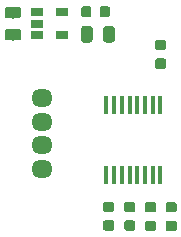
<source format=gbp>
G04 #@! TF.GenerationSoftware,KiCad,Pcbnew,(5.1.2)-1*
G04 #@! TF.CreationDate,2019-11-04T01:50:09+09:00*
G04 #@! TF.ProjectId,IR,49522e6b-6963-4616-945f-706362585858,v1.1*
G04 #@! TF.SameCoordinates,Original*
G04 #@! TF.FileFunction,Paste,Bot*
G04 #@! TF.FilePolarity,Positive*
%FSLAX46Y46*%
G04 Gerber Fmt 4.6, Leading zero omitted, Abs format (unit mm)*
G04 Created by KiCad (PCBNEW (5.1.2)-1) date 2019-11-04 01:50:09*
%MOMM*%
%LPD*%
G04 APERTURE LIST*
%ADD10O,1.800000X1.524000*%
%ADD11C,0.050000*%
%ADD12C,0.975000*%
%ADD13C,0.875000*%
%ADD14R,1.060000X0.650000*%
%ADD15R,0.450000X1.500000*%
G04 APERTURE END LIST*
D10*
X185200000Y-114000000D03*
X185200000Y-112000000D03*
X185200000Y-110000000D03*
X185200000Y-108000000D03*
D11*
G36*
X183180142Y-100276174D02*
G01*
X183203803Y-100279684D01*
X183227007Y-100285496D01*
X183249529Y-100293554D01*
X183271153Y-100303782D01*
X183291670Y-100316079D01*
X183310883Y-100330329D01*
X183328607Y-100346393D01*
X183344671Y-100364117D01*
X183358921Y-100383330D01*
X183371218Y-100403847D01*
X183381446Y-100425471D01*
X183389504Y-100447993D01*
X183395316Y-100471197D01*
X183398826Y-100494858D01*
X183400000Y-100518750D01*
X183400000Y-101006250D01*
X183398826Y-101030142D01*
X183395316Y-101053803D01*
X183389504Y-101077007D01*
X183381446Y-101099529D01*
X183371218Y-101121153D01*
X183358921Y-101141670D01*
X183344671Y-101160883D01*
X183328607Y-101178607D01*
X183310883Y-101194671D01*
X183291670Y-101208921D01*
X183271153Y-101221218D01*
X183249529Y-101231446D01*
X183227007Y-101239504D01*
X183203803Y-101245316D01*
X183180142Y-101248826D01*
X183156250Y-101250000D01*
X182243750Y-101250000D01*
X182219858Y-101248826D01*
X182196197Y-101245316D01*
X182172993Y-101239504D01*
X182150471Y-101231446D01*
X182128847Y-101221218D01*
X182108330Y-101208921D01*
X182089117Y-101194671D01*
X182071393Y-101178607D01*
X182055329Y-101160883D01*
X182041079Y-101141670D01*
X182028782Y-101121153D01*
X182018554Y-101099529D01*
X182010496Y-101077007D01*
X182004684Y-101053803D01*
X182001174Y-101030142D01*
X182000000Y-101006250D01*
X182000000Y-100518750D01*
X182001174Y-100494858D01*
X182004684Y-100471197D01*
X182010496Y-100447993D01*
X182018554Y-100425471D01*
X182028782Y-100403847D01*
X182041079Y-100383330D01*
X182055329Y-100364117D01*
X182071393Y-100346393D01*
X182089117Y-100330329D01*
X182108330Y-100316079D01*
X182128847Y-100303782D01*
X182150471Y-100293554D01*
X182172993Y-100285496D01*
X182196197Y-100279684D01*
X182219858Y-100276174D01*
X182243750Y-100275000D01*
X183156250Y-100275000D01*
X183180142Y-100276174D01*
X183180142Y-100276174D01*
G37*
D12*
X182700000Y-100762500D03*
D11*
G36*
X183180142Y-102151174D02*
G01*
X183203803Y-102154684D01*
X183227007Y-102160496D01*
X183249529Y-102168554D01*
X183271153Y-102178782D01*
X183291670Y-102191079D01*
X183310883Y-102205329D01*
X183328607Y-102221393D01*
X183344671Y-102239117D01*
X183358921Y-102258330D01*
X183371218Y-102278847D01*
X183381446Y-102300471D01*
X183389504Y-102322993D01*
X183395316Y-102346197D01*
X183398826Y-102369858D01*
X183400000Y-102393750D01*
X183400000Y-102881250D01*
X183398826Y-102905142D01*
X183395316Y-102928803D01*
X183389504Y-102952007D01*
X183381446Y-102974529D01*
X183371218Y-102996153D01*
X183358921Y-103016670D01*
X183344671Y-103035883D01*
X183328607Y-103053607D01*
X183310883Y-103069671D01*
X183291670Y-103083921D01*
X183271153Y-103096218D01*
X183249529Y-103106446D01*
X183227007Y-103114504D01*
X183203803Y-103120316D01*
X183180142Y-103123826D01*
X183156250Y-103125000D01*
X182243750Y-103125000D01*
X182219858Y-103123826D01*
X182196197Y-103120316D01*
X182172993Y-103114504D01*
X182150471Y-103106446D01*
X182128847Y-103096218D01*
X182108330Y-103083921D01*
X182089117Y-103069671D01*
X182071393Y-103053607D01*
X182055329Y-103035883D01*
X182041079Y-103016670D01*
X182028782Y-102996153D01*
X182018554Y-102974529D01*
X182010496Y-102952007D01*
X182004684Y-102928803D01*
X182001174Y-102905142D01*
X182000000Y-102881250D01*
X182000000Y-102393750D01*
X182001174Y-102369858D01*
X182004684Y-102346197D01*
X182010496Y-102322993D01*
X182018554Y-102300471D01*
X182028782Y-102278847D01*
X182041079Y-102258330D01*
X182055329Y-102239117D01*
X182071393Y-102221393D01*
X182089117Y-102205329D01*
X182108330Y-102191079D01*
X182128847Y-102178782D01*
X182150471Y-102168554D01*
X182172993Y-102160496D01*
X182196197Y-102154684D01*
X182219858Y-102151174D01*
X182243750Y-102150000D01*
X183156250Y-102150000D01*
X183180142Y-102151174D01*
X183180142Y-102151174D01*
G37*
D12*
X182700000Y-102637500D03*
D11*
G36*
X190727691Y-100226053D02*
G01*
X190748926Y-100229203D01*
X190769750Y-100234419D01*
X190789962Y-100241651D01*
X190809368Y-100250830D01*
X190827781Y-100261866D01*
X190845024Y-100274654D01*
X190860930Y-100289070D01*
X190875346Y-100304976D01*
X190888134Y-100322219D01*
X190899170Y-100340632D01*
X190908349Y-100360038D01*
X190915581Y-100380250D01*
X190920797Y-100401074D01*
X190923947Y-100422309D01*
X190925000Y-100443750D01*
X190925000Y-100956250D01*
X190923947Y-100977691D01*
X190920797Y-100998926D01*
X190915581Y-101019750D01*
X190908349Y-101039962D01*
X190899170Y-101059368D01*
X190888134Y-101077781D01*
X190875346Y-101095024D01*
X190860930Y-101110930D01*
X190845024Y-101125346D01*
X190827781Y-101138134D01*
X190809368Y-101149170D01*
X190789962Y-101158349D01*
X190769750Y-101165581D01*
X190748926Y-101170797D01*
X190727691Y-101173947D01*
X190706250Y-101175000D01*
X190268750Y-101175000D01*
X190247309Y-101173947D01*
X190226074Y-101170797D01*
X190205250Y-101165581D01*
X190185038Y-101158349D01*
X190165632Y-101149170D01*
X190147219Y-101138134D01*
X190129976Y-101125346D01*
X190114070Y-101110930D01*
X190099654Y-101095024D01*
X190086866Y-101077781D01*
X190075830Y-101059368D01*
X190066651Y-101039962D01*
X190059419Y-101019750D01*
X190054203Y-100998926D01*
X190051053Y-100977691D01*
X190050000Y-100956250D01*
X190050000Y-100443750D01*
X190051053Y-100422309D01*
X190054203Y-100401074D01*
X190059419Y-100380250D01*
X190066651Y-100360038D01*
X190075830Y-100340632D01*
X190086866Y-100322219D01*
X190099654Y-100304976D01*
X190114070Y-100289070D01*
X190129976Y-100274654D01*
X190147219Y-100261866D01*
X190165632Y-100250830D01*
X190185038Y-100241651D01*
X190205250Y-100234419D01*
X190226074Y-100229203D01*
X190247309Y-100226053D01*
X190268750Y-100225000D01*
X190706250Y-100225000D01*
X190727691Y-100226053D01*
X190727691Y-100226053D01*
G37*
D13*
X190487500Y-100700000D03*
D11*
G36*
X189152691Y-100226053D02*
G01*
X189173926Y-100229203D01*
X189194750Y-100234419D01*
X189214962Y-100241651D01*
X189234368Y-100250830D01*
X189252781Y-100261866D01*
X189270024Y-100274654D01*
X189285930Y-100289070D01*
X189300346Y-100304976D01*
X189313134Y-100322219D01*
X189324170Y-100340632D01*
X189333349Y-100360038D01*
X189340581Y-100380250D01*
X189345797Y-100401074D01*
X189348947Y-100422309D01*
X189350000Y-100443750D01*
X189350000Y-100956250D01*
X189348947Y-100977691D01*
X189345797Y-100998926D01*
X189340581Y-101019750D01*
X189333349Y-101039962D01*
X189324170Y-101059368D01*
X189313134Y-101077781D01*
X189300346Y-101095024D01*
X189285930Y-101110930D01*
X189270024Y-101125346D01*
X189252781Y-101138134D01*
X189234368Y-101149170D01*
X189214962Y-101158349D01*
X189194750Y-101165581D01*
X189173926Y-101170797D01*
X189152691Y-101173947D01*
X189131250Y-101175000D01*
X188693750Y-101175000D01*
X188672309Y-101173947D01*
X188651074Y-101170797D01*
X188630250Y-101165581D01*
X188610038Y-101158349D01*
X188590632Y-101149170D01*
X188572219Y-101138134D01*
X188554976Y-101125346D01*
X188539070Y-101110930D01*
X188524654Y-101095024D01*
X188511866Y-101077781D01*
X188500830Y-101059368D01*
X188491651Y-101039962D01*
X188484419Y-101019750D01*
X188479203Y-100998926D01*
X188476053Y-100977691D01*
X188475000Y-100956250D01*
X188475000Y-100443750D01*
X188476053Y-100422309D01*
X188479203Y-100401074D01*
X188484419Y-100380250D01*
X188491651Y-100360038D01*
X188500830Y-100340632D01*
X188511866Y-100322219D01*
X188524654Y-100304976D01*
X188539070Y-100289070D01*
X188554976Y-100274654D01*
X188572219Y-100261866D01*
X188590632Y-100250830D01*
X188610038Y-100241651D01*
X188630250Y-100234419D01*
X188651074Y-100229203D01*
X188672309Y-100226053D01*
X188693750Y-100225000D01*
X189131250Y-100225000D01*
X189152691Y-100226053D01*
X189152691Y-100226053D01*
G37*
D13*
X188912500Y-100700000D03*
D11*
G36*
X189230142Y-101901174D02*
G01*
X189253803Y-101904684D01*
X189277007Y-101910496D01*
X189299529Y-101918554D01*
X189321153Y-101928782D01*
X189341670Y-101941079D01*
X189360883Y-101955329D01*
X189378607Y-101971393D01*
X189394671Y-101989117D01*
X189408921Y-102008330D01*
X189421218Y-102028847D01*
X189431446Y-102050471D01*
X189439504Y-102072993D01*
X189445316Y-102096197D01*
X189448826Y-102119858D01*
X189450000Y-102143750D01*
X189450000Y-103056250D01*
X189448826Y-103080142D01*
X189445316Y-103103803D01*
X189439504Y-103127007D01*
X189431446Y-103149529D01*
X189421218Y-103171153D01*
X189408921Y-103191670D01*
X189394671Y-103210883D01*
X189378607Y-103228607D01*
X189360883Y-103244671D01*
X189341670Y-103258921D01*
X189321153Y-103271218D01*
X189299529Y-103281446D01*
X189277007Y-103289504D01*
X189253803Y-103295316D01*
X189230142Y-103298826D01*
X189206250Y-103300000D01*
X188718750Y-103300000D01*
X188694858Y-103298826D01*
X188671197Y-103295316D01*
X188647993Y-103289504D01*
X188625471Y-103281446D01*
X188603847Y-103271218D01*
X188583330Y-103258921D01*
X188564117Y-103244671D01*
X188546393Y-103228607D01*
X188530329Y-103210883D01*
X188516079Y-103191670D01*
X188503782Y-103171153D01*
X188493554Y-103149529D01*
X188485496Y-103127007D01*
X188479684Y-103103803D01*
X188476174Y-103080142D01*
X188475000Y-103056250D01*
X188475000Y-102143750D01*
X188476174Y-102119858D01*
X188479684Y-102096197D01*
X188485496Y-102072993D01*
X188493554Y-102050471D01*
X188503782Y-102028847D01*
X188516079Y-102008330D01*
X188530329Y-101989117D01*
X188546393Y-101971393D01*
X188564117Y-101955329D01*
X188583330Y-101941079D01*
X188603847Y-101928782D01*
X188625471Y-101918554D01*
X188647993Y-101910496D01*
X188671197Y-101904684D01*
X188694858Y-101901174D01*
X188718750Y-101900000D01*
X189206250Y-101900000D01*
X189230142Y-101901174D01*
X189230142Y-101901174D01*
G37*
D12*
X188962500Y-102600000D03*
D11*
G36*
X191105142Y-101901174D02*
G01*
X191128803Y-101904684D01*
X191152007Y-101910496D01*
X191174529Y-101918554D01*
X191196153Y-101928782D01*
X191216670Y-101941079D01*
X191235883Y-101955329D01*
X191253607Y-101971393D01*
X191269671Y-101989117D01*
X191283921Y-102008330D01*
X191296218Y-102028847D01*
X191306446Y-102050471D01*
X191314504Y-102072993D01*
X191320316Y-102096197D01*
X191323826Y-102119858D01*
X191325000Y-102143750D01*
X191325000Y-103056250D01*
X191323826Y-103080142D01*
X191320316Y-103103803D01*
X191314504Y-103127007D01*
X191306446Y-103149529D01*
X191296218Y-103171153D01*
X191283921Y-103191670D01*
X191269671Y-103210883D01*
X191253607Y-103228607D01*
X191235883Y-103244671D01*
X191216670Y-103258921D01*
X191196153Y-103271218D01*
X191174529Y-103281446D01*
X191152007Y-103289504D01*
X191128803Y-103295316D01*
X191105142Y-103298826D01*
X191081250Y-103300000D01*
X190593750Y-103300000D01*
X190569858Y-103298826D01*
X190546197Y-103295316D01*
X190522993Y-103289504D01*
X190500471Y-103281446D01*
X190478847Y-103271218D01*
X190458330Y-103258921D01*
X190439117Y-103244671D01*
X190421393Y-103228607D01*
X190405329Y-103210883D01*
X190391079Y-103191670D01*
X190378782Y-103171153D01*
X190368554Y-103149529D01*
X190360496Y-103127007D01*
X190354684Y-103103803D01*
X190351174Y-103080142D01*
X190350000Y-103056250D01*
X190350000Y-102143750D01*
X190351174Y-102119858D01*
X190354684Y-102096197D01*
X190360496Y-102072993D01*
X190368554Y-102050471D01*
X190378782Y-102028847D01*
X190391079Y-102008330D01*
X190405329Y-101989117D01*
X190421393Y-101971393D01*
X190439117Y-101955329D01*
X190458330Y-101941079D01*
X190478847Y-101928782D01*
X190500471Y-101918554D01*
X190522993Y-101910496D01*
X190546197Y-101904684D01*
X190569858Y-101901174D01*
X190593750Y-101900000D01*
X191081250Y-101900000D01*
X191105142Y-101901174D01*
X191105142Y-101901174D01*
G37*
D12*
X190837500Y-102600000D03*
D14*
X184700000Y-102650000D03*
X184700000Y-101700000D03*
X184700000Y-100750000D03*
X186900000Y-100750000D03*
X186900000Y-102650000D03*
D11*
G36*
X196377691Y-116814053D02*
G01*
X196398926Y-116817203D01*
X196419750Y-116822419D01*
X196439962Y-116829651D01*
X196459368Y-116838830D01*
X196477781Y-116849866D01*
X196495024Y-116862654D01*
X196510930Y-116877070D01*
X196525346Y-116892976D01*
X196538134Y-116910219D01*
X196549170Y-116928632D01*
X196558349Y-116948038D01*
X196565581Y-116968250D01*
X196570797Y-116989074D01*
X196573947Y-117010309D01*
X196575000Y-117031750D01*
X196575000Y-117469250D01*
X196573947Y-117490691D01*
X196570797Y-117511926D01*
X196565581Y-117532750D01*
X196558349Y-117552962D01*
X196549170Y-117572368D01*
X196538134Y-117590781D01*
X196525346Y-117608024D01*
X196510930Y-117623930D01*
X196495024Y-117638346D01*
X196477781Y-117651134D01*
X196459368Y-117662170D01*
X196439962Y-117671349D01*
X196419750Y-117678581D01*
X196398926Y-117683797D01*
X196377691Y-117686947D01*
X196356250Y-117688000D01*
X195843750Y-117688000D01*
X195822309Y-117686947D01*
X195801074Y-117683797D01*
X195780250Y-117678581D01*
X195760038Y-117671349D01*
X195740632Y-117662170D01*
X195722219Y-117651134D01*
X195704976Y-117638346D01*
X195689070Y-117623930D01*
X195674654Y-117608024D01*
X195661866Y-117590781D01*
X195650830Y-117572368D01*
X195641651Y-117552962D01*
X195634419Y-117532750D01*
X195629203Y-117511926D01*
X195626053Y-117490691D01*
X195625000Y-117469250D01*
X195625000Y-117031750D01*
X195626053Y-117010309D01*
X195629203Y-116989074D01*
X195634419Y-116968250D01*
X195641651Y-116948038D01*
X195650830Y-116928632D01*
X195661866Y-116910219D01*
X195674654Y-116892976D01*
X195689070Y-116877070D01*
X195704976Y-116862654D01*
X195722219Y-116849866D01*
X195740632Y-116838830D01*
X195760038Y-116829651D01*
X195780250Y-116822419D01*
X195801074Y-116817203D01*
X195822309Y-116814053D01*
X195843750Y-116813000D01*
X196356250Y-116813000D01*
X196377691Y-116814053D01*
X196377691Y-116814053D01*
G37*
D13*
X196100000Y-117250500D03*
D11*
G36*
X196377691Y-118389053D02*
G01*
X196398926Y-118392203D01*
X196419750Y-118397419D01*
X196439962Y-118404651D01*
X196459368Y-118413830D01*
X196477781Y-118424866D01*
X196495024Y-118437654D01*
X196510930Y-118452070D01*
X196525346Y-118467976D01*
X196538134Y-118485219D01*
X196549170Y-118503632D01*
X196558349Y-118523038D01*
X196565581Y-118543250D01*
X196570797Y-118564074D01*
X196573947Y-118585309D01*
X196575000Y-118606750D01*
X196575000Y-119044250D01*
X196573947Y-119065691D01*
X196570797Y-119086926D01*
X196565581Y-119107750D01*
X196558349Y-119127962D01*
X196549170Y-119147368D01*
X196538134Y-119165781D01*
X196525346Y-119183024D01*
X196510930Y-119198930D01*
X196495024Y-119213346D01*
X196477781Y-119226134D01*
X196459368Y-119237170D01*
X196439962Y-119246349D01*
X196419750Y-119253581D01*
X196398926Y-119258797D01*
X196377691Y-119261947D01*
X196356250Y-119263000D01*
X195843750Y-119263000D01*
X195822309Y-119261947D01*
X195801074Y-119258797D01*
X195780250Y-119253581D01*
X195760038Y-119246349D01*
X195740632Y-119237170D01*
X195722219Y-119226134D01*
X195704976Y-119213346D01*
X195689070Y-119198930D01*
X195674654Y-119183024D01*
X195661866Y-119165781D01*
X195650830Y-119147368D01*
X195641651Y-119127962D01*
X195634419Y-119107750D01*
X195629203Y-119086926D01*
X195626053Y-119065691D01*
X195625000Y-119044250D01*
X195625000Y-118606750D01*
X195626053Y-118585309D01*
X195629203Y-118564074D01*
X195634419Y-118543250D01*
X195641651Y-118523038D01*
X195650830Y-118503632D01*
X195661866Y-118485219D01*
X195674654Y-118467976D01*
X195689070Y-118452070D01*
X195704976Y-118437654D01*
X195722219Y-118424866D01*
X195740632Y-118413830D01*
X195760038Y-118404651D01*
X195780250Y-118397419D01*
X195801074Y-118392203D01*
X195822309Y-118389053D01*
X195843750Y-118388000D01*
X196356250Y-118388000D01*
X196377691Y-118389053D01*
X196377691Y-118389053D01*
G37*
D13*
X196100000Y-118825500D03*
D11*
G36*
X195477691Y-104651053D02*
G01*
X195498926Y-104654203D01*
X195519750Y-104659419D01*
X195539962Y-104666651D01*
X195559368Y-104675830D01*
X195577781Y-104686866D01*
X195595024Y-104699654D01*
X195610930Y-104714070D01*
X195625346Y-104729976D01*
X195638134Y-104747219D01*
X195649170Y-104765632D01*
X195658349Y-104785038D01*
X195665581Y-104805250D01*
X195670797Y-104826074D01*
X195673947Y-104847309D01*
X195675000Y-104868750D01*
X195675000Y-105306250D01*
X195673947Y-105327691D01*
X195670797Y-105348926D01*
X195665581Y-105369750D01*
X195658349Y-105389962D01*
X195649170Y-105409368D01*
X195638134Y-105427781D01*
X195625346Y-105445024D01*
X195610930Y-105460930D01*
X195595024Y-105475346D01*
X195577781Y-105488134D01*
X195559368Y-105499170D01*
X195539962Y-105508349D01*
X195519750Y-105515581D01*
X195498926Y-105520797D01*
X195477691Y-105523947D01*
X195456250Y-105525000D01*
X194943750Y-105525000D01*
X194922309Y-105523947D01*
X194901074Y-105520797D01*
X194880250Y-105515581D01*
X194860038Y-105508349D01*
X194840632Y-105499170D01*
X194822219Y-105488134D01*
X194804976Y-105475346D01*
X194789070Y-105460930D01*
X194774654Y-105445024D01*
X194761866Y-105427781D01*
X194750830Y-105409368D01*
X194741651Y-105389962D01*
X194734419Y-105369750D01*
X194729203Y-105348926D01*
X194726053Y-105327691D01*
X194725000Y-105306250D01*
X194725000Y-104868750D01*
X194726053Y-104847309D01*
X194729203Y-104826074D01*
X194734419Y-104805250D01*
X194741651Y-104785038D01*
X194750830Y-104765632D01*
X194761866Y-104747219D01*
X194774654Y-104729976D01*
X194789070Y-104714070D01*
X194804976Y-104699654D01*
X194822219Y-104686866D01*
X194840632Y-104675830D01*
X194860038Y-104666651D01*
X194880250Y-104659419D01*
X194901074Y-104654203D01*
X194922309Y-104651053D01*
X194943750Y-104650000D01*
X195456250Y-104650000D01*
X195477691Y-104651053D01*
X195477691Y-104651053D01*
G37*
D13*
X195200000Y-105087500D03*
D11*
G36*
X195477691Y-103076053D02*
G01*
X195498926Y-103079203D01*
X195519750Y-103084419D01*
X195539962Y-103091651D01*
X195559368Y-103100830D01*
X195577781Y-103111866D01*
X195595024Y-103124654D01*
X195610930Y-103139070D01*
X195625346Y-103154976D01*
X195638134Y-103172219D01*
X195649170Y-103190632D01*
X195658349Y-103210038D01*
X195665581Y-103230250D01*
X195670797Y-103251074D01*
X195673947Y-103272309D01*
X195675000Y-103293750D01*
X195675000Y-103731250D01*
X195673947Y-103752691D01*
X195670797Y-103773926D01*
X195665581Y-103794750D01*
X195658349Y-103814962D01*
X195649170Y-103834368D01*
X195638134Y-103852781D01*
X195625346Y-103870024D01*
X195610930Y-103885930D01*
X195595024Y-103900346D01*
X195577781Y-103913134D01*
X195559368Y-103924170D01*
X195539962Y-103933349D01*
X195519750Y-103940581D01*
X195498926Y-103945797D01*
X195477691Y-103948947D01*
X195456250Y-103950000D01*
X194943750Y-103950000D01*
X194922309Y-103948947D01*
X194901074Y-103945797D01*
X194880250Y-103940581D01*
X194860038Y-103933349D01*
X194840632Y-103924170D01*
X194822219Y-103913134D01*
X194804976Y-103900346D01*
X194789070Y-103885930D01*
X194774654Y-103870024D01*
X194761866Y-103852781D01*
X194750830Y-103834368D01*
X194741651Y-103814962D01*
X194734419Y-103794750D01*
X194729203Y-103773926D01*
X194726053Y-103752691D01*
X194725000Y-103731250D01*
X194725000Y-103293750D01*
X194726053Y-103272309D01*
X194729203Y-103251074D01*
X194734419Y-103230250D01*
X194741651Y-103210038D01*
X194750830Y-103190632D01*
X194761866Y-103172219D01*
X194774654Y-103154976D01*
X194789070Y-103139070D01*
X194804976Y-103124654D01*
X194822219Y-103111866D01*
X194840632Y-103100830D01*
X194860038Y-103091651D01*
X194880250Y-103084419D01*
X194901074Y-103079203D01*
X194922309Y-103076053D01*
X194943750Y-103075000D01*
X195456250Y-103075000D01*
X195477691Y-103076053D01*
X195477691Y-103076053D01*
G37*
D13*
X195200000Y-103512500D03*
D11*
G36*
X192877691Y-118363053D02*
G01*
X192898926Y-118366203D01*
X192919750Y-118371419D01*
X192939962Y-118378651D01*
X192959368Y-118387830D01*
X192977781Y-118398866D01*
X192995024Y-118411654D01*
X193010930Y-118426070D01*
X193025346Y-118441976D01*
X193038134Y-118459219D01*
X193049170Y-118477632D01*
X193058349Y-118497038D01*
X193065581Y-118517250D01*
X193070797Y-118538074D01*
X193073947Y-118559309D01*
X193075000Y-118580750D01*
X193075000Y-119018250D01*
X193073947Y-119039691D01*
X193070797Y-119060926D01*
X193065581Y-119081750D01*
X193058349Y-119101962D01*
X193049170Y-119121368D01*
X193038134Y-119139781D01*
X193025346Y-119157024D01*
X193010930Y-119172930D01*
X192995024Y-119187346D01*
X192977781Y-119200134D01*
X192959368Y-119211170D01*
X192939962Y-119220349D01*
X192919750Y-119227581D01*
X192898926Y-119232797D01*
X192877691Y-119235947D01*
X192856250Y-119237000D01*
X192343750Y-119237000D01*
X192322309Y-119235947D01*
X192301074Y-119232797D01*
X192280250Y-119227581D01*
X192260038Y-119220349D01*
X192240632Y-119211170D01*
X192222219Y-119200134D01*
X192204976Y-119187346D01*
X192189070Y-119172930D01*
X192174654Y-119157024D01*
X192161866Y-119139781D01*
X192150830Y-119121368D01*
X192141651Y-119101962D01*
X192134419Y-119081750D01*
X192129203Y-119060926D01*
X192126053Y-119039691D01*
X192125000Y-119018250D01*
X192125000Y-118580750D01*
X192126053Y-118559309D01*
X192129203Y-118538074D01*
X192134419Y-118517250D01*
X192141651Y-118497038D01*
X192150830Y-118477632D01*
X192161866Y-118459219D01*
X192174654Y-118441976D01*
X192189070Y-118426070D01*
X192204976Y-118411654D01*
X192222219Y-118398866D01*
X192240632Y-118387830D01*
X192260038Y-118378651D01*
X192280250Y-118371419D01*
X192301074Y-118366203D01*
X192322309Y-118363053D01*
X192343750Y-118362000D01*
X192856250Y-118362000D01*
X192877691Y-118363053D01*
X192877691Y-118363053D01*
G37*
D13*
X192600000Y-118799500D03*
D11*
G36*
X192877691Y-116788053D02*
G01*
X192898926Y-116791203D01*
X192919750Y-116796419D01*
X192939962Y-116803651D01*
X192959368Y-116812830D01*
X192977781Y-116823866D01*
X192995024Y-116836654D01*
X193010930Y-116851070D01*
X193025346Y-116866976D01*
X193038134Y-116884219D01*
X193049170Y-116902632D01*
X193058349Y-116922038D01*
X193065581Y-116942250D01*
X193070797Y-116963074D01*
X193073947Y-116984309D01*
X193075000Y-117005750D01*
X193075000Y-117443250D01*
X193073947Y-117464691D01*
X193070797Y-117485926D01*
X193065581Y-117506750D01*
X193058349Y-117526962D01*
X193049170Y-117546368D01*
X193038134Y-117564781D01*
X193025346Y-117582024D01*
X193010930Y-117597930D01*
X192995024Y-117612346D01*
X192977781Y-117625134D01*
X192959368Y-117636170D01*
X192939962Y-117645349D01*
X192919750Y-117652581D01*
X192898926Y-117657797D01*
X192877691Y-117660947D01*
X192856250Y-117662000D01*
X192343750Y-117662000D01*
X192322309Y-117660947D01*
X192301074Y-117657797D01*
X192280250Y-117652581D01*
X192260038Y-117645349D01*
X192240632Y-117636170D01*
X192222219Y-117625134D01*
X192204976Y-117612346D01*
X192189070Y-117597930D01*
X192174654Y-117582024D01*
X192161866Y-117564781D01*
X192150830Y-117546368D01*
X192141651Y-117526962D01*
X192134419Y-117506750D01*
X192129203Y-117485926D01*
X192126053Y-117464691D01*
X192125000Y-117443250D01*
X192125000Y-117005750D01*
X192126053Y-116984309D01*
X192129203Y-116963074D01*
X192134419Y-116942250D01*
X192141651Y-116922038D01*
X192150830Y-116902632D01*
X192161866Y-116884219D01*
X192174654Y-116866976D01*
X192189070Y-116851070D01*
X192204976Y-116836654D01*
X192222219Y-116823866D01*
X192240632Y-116812830D01*
X192260038Y-116803651D01*
X192280250Y-116796419D01*
X192301074Y-116791203D01*
X192322309Y-116788053D01*
X192343750Y-116787000D01*
X192856250Y-116787000D01*
X192877691Y-116788053D01*
X192877691Y-116788053D01*
G37*
D13*
X192600000Y-117224500D03*
D11*
G36*
X194627691Y-118389053D02*
G01*
X194648926Y-118392203D01*
X194669750Y-118397419D01*
X194689962Y-118404651D01*
X194709368Y-118413830D01*
X194727781Y-118424866D01*
X194745024Y-118437654D01*
X194760930Y-118452070D01*
X194775346Y-118467976D01*
X194788134Y-118485219D01*
X194799170Y-118503632D01*
X194808349Y-118523038D01*
X194815581Y-118543250D01*
X194820797Y-118564074D01*
X194823947Y-118585309D01*
X194825000Y-118606750D01*
X194825000Y-119044250D01*
X194823947Y-119065691D01*
X194820797Y-119086926D01*
X194815581Y-119107750D01*
X194808349Y-119127962D01*
X194799170Y-119147368D01*
X194788134Y-119165781D01*
X194775346Y-119183024D01*
X194760930Y-119198930D01*
X194745024Y-119213346D01*
X194727781Y-119226134D01*
X194709368Y-119237170D01*
X194689962Y-119246349D01*
X194669750Y-119253581D01*
X194648926Y-119258797D01*
X194627691Y-119261947D01*
X194606250Y-119263000D01*
X194093750Y-119263000D01*
X194072309Y-119261947D01*
X194051074Y-119258797D01*
X194030250Y-119253581D01*
X194010038Y-119246349D01*
X193990632Y-119237170D01*
X193972219Y-119226134D01*
X193954976Y-119213346D01*
X193939070Y-119198930D01*
X193924654Y-119183024D01*
X193911866Y-119165781D01*
X193900830Y-119147368D01*
X193891651Y-119127962D01*
X193884419Y-119107750D01*
X193879203Y-119086926D01*
X193876053Y-119065691D01*
X193875000Y-119044250D01*
X193875000Y-118606750D01*
X193876053Y-118585309D01*
X193879203Y-118564074D01*
X193884419Y-118543250D01*
X193891651Y-118523038D01*
X193900830Y-118503632D01*
X193911866Y-118485219D01*
X193924654Y-118467976D01*
X193939070Y-118452070D01*
X193954976Y-118437654D01*
X193972219Y-118424866D01*
X193990632Y-118413830D01*
X194010038Y-118404651D01*
X194030250Y-118397419D01*
X194051074Y-118392203D01*
X194072309Y-118389053D01*
X194093750Y-118388000D01*
X194606250Y-118388000D01*
X194627691Y-118389053D01*
X194627691Y-118389053D01*
G37*
D13*
X194350000Y-118825500D03*
D11*
G36*
X194627691Y-116814053D02*
G01*
X194648926Y-116817203D01*
X194669750Y-116822419D01*
X194689962Y-116829651D01*
X194709368Y-116838830D01*
X194727781Y-116849866D01*
X194745024Y-116862654D01*
X194760930Y-116877070D01*
X194775346Y-116892976D01*
X194788134Y-116910219D01*
X194799170Y-116928632D01*
X194808349Y-116948038D01*
X194815581Y-116968250D01*
X194820797Y-116989074D01*
X194823947Y-117010309D01*
X194825000Y-117031750D01*
X194825000Y-117469250D01*
X194823947Y-117490691D01*
X194820797Y-117511926D01*
X194815581Y-117532750D01*
X194808349Y-117552962D01*
X194799170Y-117572368D01*
X194788134Y-117590781D01*
X194775346Y-117608024D01*
X194760930Y-117623930D01*
X194745024Y-117638346D01*
X194727781Y-117651134D01*
X194709368Y-117662170D01*
X194689962Y-117671349D01*
X194669750Y-117678581D01*
X194648926Y-117683797D01*
X194627691Y-117686947D01*
X194606250Y-117688000D01*
X194093750Y-117688000D01*
X194072309Y-117686947D01*
X194051074Y-117683797D01*
X194030250Y-117678581D01*
X194010038Y-117671349D01*
X193990632Y-117662170D01*
X193972219Y-117651134D01*
X193954976Y-117638346D01*
X193939070Y-117623930D01*
X193924654Y-117608024D01*
X193911866Y-117590781D01*
X193900830Y-117572368D01*
X193891651Y-117552962D01*
X193884419Y-117532750D01*
X193879203Y-117511926D01*
X193876053Y-117490691D01*
X193875000Y-117469250D01*
X193875000Y-117031750D01*
X193876053Y-117010309D01*
X193879203Y-116989074D01*
X193884419Y-116968250D01*
X193891651Y-116948038D01*
X193900830Y-116928632D01*
X193911866Y-116910219D01*
X193924654Y-116892976D01*
X193939070Y-116877070D01*
X193954976Y-116862654D01*
X193972219Y-116849866D01*
X193990632Y-116838830D01*
X194010038Y-116829651D01*
X194030250Y-116822419D01*
X194051074Y-116817203D01*
X194072309Y-116814053D01*
X194093750Y-116813000D01*
X194606250Y-116813000D01*
X194627691Y-116814053D01*
X194627691Y-116814053D01*
G37*
D13*
X194350000Y-117250500D03*
D11*
G36*
X191077691Y-116776053D02*
G01*
X191098926Y-116779203D01*
X191119750Y-116784419D01*
X191139962Y-116791651D01*
X191159368Y-116800830D01*
X191177781Y-116811866D01*
X191195024Y-116824654D01*
X191210930Y-116839070D01*
X191225346Y-116854976D01*
X191238134Y-116872219D01*
X191249170Y-116890632D01*
X191258349Y-116910038D01*
X191265581Y-116930250D01*
X191270797Y-116951074D01*
X191273947Y-116972309D01*
X191275000Y-116993750D01*
X191275000Y-117431250D01*
X191273947Y-117452691D01*
X191270797Y-117473926D01*
X191265581Y-117494750D01*
X191258349Y-117514962D01*
X191249170Y-117534368D01*
X191238134Y-117552781D01*
X191225346Y-117570024D01*
X191210930Y-117585930D01*
X191195024Y-117600346D01*
X191177781Y-117613134D01*
X191159368Y-117624170D01*
X191139962Y-117633349D01*
X191119750Y-117640581D01*
X191098926Y-117645797D01*
X191077691Y-117648947D01*
X191056250Y-117650000D01*
X190543750Y-117650000D01*
X190522309Y-117648947D01*
X190501074Y-117645797D01*
X190480250Y-117640581D01*
X190460038Y-117633349D01*
X190440632Y-117624170D01*
X190422219Y-117613134D01*
X190404976Y-117600346D01*
X190389070Y-117585930D01*
X190374654Y-117570024D01*
X190361866Y-117552781D01*
X190350830Y-117534368D01*
X190341651Y-117514962D01*
X190334419Y-117494750D01*
X190329203Y-117473926D01*
X190326053Y-117452691D01*
X190325000Y-117431250D01*
X190325000Y-116993750D01*
X190326053Y-116972309D01*
X190329203Y-116951074D01*
X190334419Y-116930250D01*
X190341651Y-116910038D01*
X190350830Y-116890632D01*
X190361866Y-116872219D01*
X190374654Y-116854976D01*
X190389070Y-116839070D01*
X190404976Y-116824654D01*
X190422219Y-116811866D01*
X190440632Y-116800830D01*
X190460038Y-116791651D01*
X190480250Y-116784419D01*
X190501074Y-116779203D01*
X190522309Y-116776053D01*
X190543750Y-116775000D01*
X191056250Y-116775000D01*
X191077691Y-116776053D01*
X191077691Y-116776053D01*
G37*
D13*
X190800000Y-117212500D03*
D11*
G36*
X191077691Y-118351053D02*
G01*
X191098926Y-118354203D01*
X191119750Y-118359419D01*
X191139962Y-118366651D01*
X191159368Y-118375830D01*
X191177781Y-118386866D01*
X191195024Y-118399654D01*
X191210930Y-118414070D01*
X191225346Y-118429976D01*
X191238134Y-118447219D01*
X191249170Y-118465632D01*
X191258349Y-118485038D01*
X191265581Y-118505250D01*
X191270797Y-118526074D01*
X191273947Y-118547309D01*
X191275000Y-118568750D01*
X191275000Y-119006250D01*
X191273947Y-119027691D01*
X191270797Y-119048926D01*
X191265581Y-119069750D01*
X191258349Y-119089962D01*
X191249170Y-119109368D01*
X191238134Y-119127781D01*
X191225346Y-119145024D01*
X191210930Y-119160930D01*
X191195024Y-119175346D01*
X191177781Y-119188134D01*
X191159368Y-119199170D01*
X191139962Y-119208349D01*
X191119750Y-119215581D01*
X191098926Y-119220797D01*
X191077691Y-119223947D01*
X191056250Y-119225000D01*
X190543750Y-119225000D01*
X190522309Y-119223947D01*
X190501074Y-119220797D01*
X190480250Y-119215581D01*
X190460038Y-119208349D01*
X190440632Y-119199170D01*
X190422219Y-119188134D01*
X190404976Y-119175346D01*
X190389070Y-119160930D01*
X190374654Y-119145024D01*
X190361866Y-119127781D01*
X190350830Y-119109368D01*
X190341651Y-119089962D01*
X190334419Y-119069750D01*
X190329203Y-119048926D01*
X190326053Y-119027691D01*
X190325000Y-119006250D01*
X190325000Y-118568750D01*
X190326053Y-118547309D01*
X190329203Y-118526074D01*
X190334419Y-118505250D01*
X190341651Y-118485038D01*
X190350830Y-118465632D01*
X190361866Y-118447219D01*
X190374654Y-118429976D01*
X190389070Y-118414070D01*
X190404976Y-118399654D01*
X190422219Y-118386866D01*
X190440632Y-118375830D01*
X190460038Y-118366651D01*
X190480250Y-118359419D01*
X190501074Y-118354203D01*
X190522309Y-118351053D01*
X190543750Y-118350000D01*
X191056250Y-118350000D01*
X191077691Y-118351053D01*
X191077691Y-118351053D01*
G37*
D13*
X190800000Y-118787500D03*
D15*
X195175000Y-114500000D03*
X194525000Y-114500000D03*
X193875000Y-114500000D03*
X193225000Y-114500000D03*
X192575000Y-114500000D03*
X191925000Y-114500000D03*
X191275000Y-114500000D03*
X190625000Y-114500000D03*
X190625000Y-108600000D03*
X191275000Y-108600000D03*
X191925000Y-108600000D03*
X192575000Y-108600000D03*
X193225000Y-108600000D03*
X193875000Y-108600000D03*
X194525000Y-108600000D03*
X195175000Y-108600000D03*
M02*

</source>
